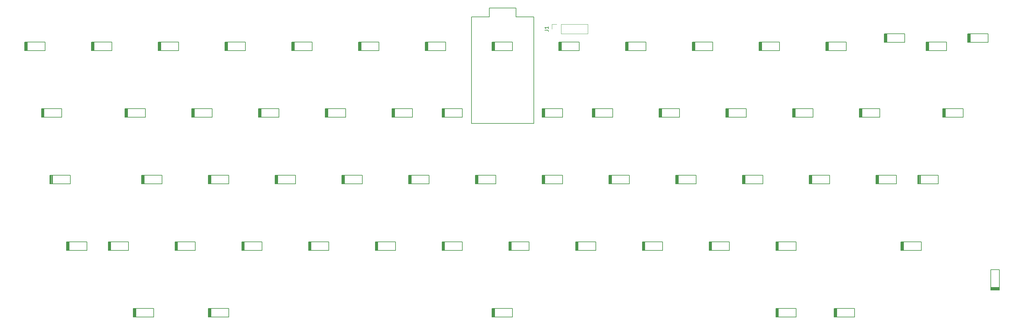
<source format=gto>
G04 #@! TF.GenerationSoftware,KiCad,Pcbnew,5.1.8*
G04 #@! TF.CreationDate,2020-11-23T09:17:22-05:00*
G04 #@! TF.ProjectId,unix60pcb,756e6978-3630-4706-9362-2e6b69636164,rev?*
G04 #@! TF.SameCoordinates,Original*
G04 #@! TF.FileFunction,Legend,Top*
G04 #@! TF.FilePolarity,Positive*
%FSLAX46Y46*%
G04 Gerber Fmt 4.6, Leading zero omitted, Abs format (unit mm)*
G04 Created by KiCad (PCBNEW 5.1.8) date 2020-11-23 09:17:22*
%MOMM*%
%LPD*%
G01*
G04 APERTURE LIST*
%ADD10C,0.200000*%
%ADD11C,0.120000*%
%ADD12C,0.150000*%
G04 APERTURE END LIST*
D10*
G04 #@! TO.C,D15*
X281406250Y-10706200D02*
X275606250Y-10706200D01*
X281406250Y-13106200D02*
X281406250Y-10706200D01*
X275606250Y-13106200D02*
X281406250Y-13106200D01*
X275681250Y-13106200D02*
X275681250Y-10706200D01*
X275806250Y-13106200D02*
X275806250Y-10706200D01*
X275581250Y-10706200D02*
X275581250Y-13106200D01*
X275981250Y-13106200D02*
X275981250Y-10706200D01*
X276156250Y-13106200D02*
X276156250Y-10706200D01*
X276331250Y-13106200D02*
X276331250Y-10706200D01*
D11*
G04 #@! TO.C,J1*
X168812000Y-6946900D02*
X168812000Y-5616900D01*
X168812000Y-5616900D02*
X170142000Y-5616900D01*
X171412000Y-5616900D02*
X179092000Y-5616900D01*
X179092000Y-8276900D02*
X179092000Y-5616900D01*
X171412000Y-8276900D02*
X179092000Y-8276900D01*
X171412000Y-8276900D02*
X171412000Y-5616900D01*
D10*
G04 #@! TO.C,D1*
X19156200Y-13106200D02*
X19156200Y-10706200D01*
X18981200Y-13106200D02*
X18981200Y-10706200D01*
X18806200Y-13106200D02*
X18806200Y-10706200D01*
X18406200Y-10706200D02*
X18406200Y-13106200D01*
X18631200Y-13106200D02*
X18631200Y-10706200D01*
X18506200Y-13106200D02*
X18506200Y-10706200D01*
X18431200Y-13106200D02*
X24231200Y-13106200D01*
X24231200Y-13106200D02*
X24231200Y-10706200D01*
X24231200Y-10706200D02*
X18431200Y-10706200D01*
G04 #@! TO.C,D2*
X38206200Y-13106200D02*
X38206200Y-10706200D01*
X38031200Y-13106200D02*
X38031200Y-10706200D01*
X37856200Y-13106200D02*
X37856200Y-10706200D01*
X37456200Y-10706200D02*
X37456200Y-13106200D01*
X37681200Y-13106200D02*
X37681200Y-10706200D01*
X37556200Y-13106200D02*
X37556200Y-10706200D01*
X37481200Y-13106200D02*
X43281200Y-13106200D01*
X43281200Y-13106200D02*
X43281200Y-10706200D01*
X43281200Y-10706200D02*
X37481200Y-10706200D01*
G04 #@! TO.C,D3*
X57256200Y-13106200D02*
X57256200Y-10706200D01*
X57081200Y-13106200D02*
X57081200Y-10706200D01*
X56906200Y-13106200D02*
X56906200Y-10706200D01*
X56506200Y-10706200D02*
X56506200Y-13106200D01*
X56731200Y-13106200D02*
X56731200Y-10706200D01*
X56606200Y-13106200D02*
X56606200Y-10706200D01*
X56531200Y-13106200D02*
X62331200Y-13106200D01*
X62331200Y-13106200D02*
X62331200Y-10706200D01*
X62331200Y-10706200D02*
X56531200Y-10706200D01*
G04 #@! TO.C,D4*
X76306200Y-13106200D02*
X76306200Y-10706200D01*
X76131200Y-13106200D02*
X76131200Y-10706200D01*
X75956200Y-13106200D02*
X75956200Y-10706200D01*
X75556200Y-10706200D02*
X75556200Y-13106200D01*
X75781200Y-13106200D02*
X75781200Y-10706200D01*
X75656200Y-13106200D02*
X75656200Y-10706200D01*
X75581200Y-13106200D02*
X81381200Y-13106200D01*
X81381200Y-13106200D02*
X81381200Y-10706200D01*
X81381200Y-10706200D02*
X75581200Y-10706200D01*
G04 #@! TO.C,D5*
X95356200Y-13106200D02*
X95356200Y-10706200D01*
X95181200Y-13106200D02*
X95181200Y-10706200D01*
X95006200Y-13106200D02*
X95006200Y-10706200D01*
X94606200Y-10706200D02*
X94606200Y-13106200D01*
X94831200Y-13106200D02*
X94831200Y-10706200D01*
X94706200Y-13106200D02*
X94706200Y-10706200D01*
X94631200Y-13106200D02*
X100431200Y-13106200D01*
X100431200Y-13106200D02*
X100431200Y-10706200D01*
X100431200Y-10706200D02*
X94631200Y-10706200D01*
G04 #@! TO.C,D6*
X119481000Y-10706200D02*
X113681000Y-10706200D01*
X119481000Y-13106200D02*
X119481000Y-10706200D01*
X113681000Y-13106200D02*
X119481000Y-13106200D01*
X113756000Y-13106200D02*
X113756000Y-10706200D01*
X113881000Y-13106200D02*
X113881000Y-10706200D01*
X113656000Y-10706200D02*
X113656000Y-13106200D01*
X114056000Y-13106200D02*
X114056000Y-10706200D01*
X114231000Y-13106200D02*
X114231000Y-10706200D01*
X114406000Y-13106200D02*
X114406000Y-10706200D01*
G04 #@! TO.C,D7*
X138531000Y-10706200D02*
X132731000Y-10706200D01*
X138531000Y-13106200D02*
X138531000Y-10706200D01*
X132731000Y-13106200D02*
X138531000Y-13106200D01*
X132806000Y-13106200D02*
X132806000Y-10706200D01*
X132931000Y-13106200D02*
X132931000Y-10706200D01*
X132706000Y-10706200D02*
X132706000Y-13106200D01*
X133106000Y-13106200D02*
X133106000Y-10706200D01*
X133281000Y-13106200D02*
X133281000Y-10706200D01*
X133456000Y-13106200D02*
X133456000Y-10706200D01*
G04 #@! TO.C,D8*
X157581000Y-10706200D02*
X151781000Y-10706200D01*
X157581000Y-13106200D02*
X157581000Y-10706200D01*
X151781000Y-13106200D02*
X157581000Y-13106200D01*
X151856000Y-13106200D02*
X151856000Y-10706200D01*
X151981000Y-13106200D02*
X151981000Y-10706200D01*
X151756000Y-10706200D02*
X151756000Y-13106200D01*
X152156000Y-13106200D02*
X152156000Y-10706200D01*
X152331000Y-13106200D02*
X152331000Y-10706200D01*
X152506000Y-13106200D02*
X152506000Y-10706200D01*
G04 #@! TO.C,D9*
X171556000Y-13106200D02*
X171556000Y-10706200D01*
X171381000Y-13106200D02*
X171381000Y-10706200D01*
X171206000Y-13106200D02*
X171206000Y-10706200D01*
X170806000Y-10706200D02*
X170806000Y-13106200D01*
X171031000Y-13106200D02*
X171031000Y-10706200D01*
X170906000Y-13106200D02*
X170906000Y-10706200D01*
X170831000Y-13106200D02*
X176631000Y-13106200D01*
X176631000Y-13106200D02*
X176631000Y-10706200D01*
X176631000Y-10706200D02*
X170831000Y-10706200D01*
G04 #@! TO.C,D10*
X190606000Y-13106200D02*
X190606000Y-10706200D01*
X190431000Y-13106200D02*
X190431000Y-10706200D01*
X190256000Y-13106200D02*
X190256000Y-10706200D01*
X189856000Y-10706200D02*
X189856000Y-13106200D01*
X190081000Y-13106200D02*
X190081000Y-10706200D01*
X189956000Y-13106200D02*
X189956000Y-10706200D01*
X189881000Y-13106200D02*
X195681000Y-13106200D01*
X195681000Y-13106200D02*
X195681000Y-10706200D01*
X195681000Y-10706200D02*
X189881000Y-10706200D01*
G04 #@! TO.C,D11*
X209656000Y-13106200D02*
X209656000Y-10706200D01*
X209481000Y-13106200D02*
X209481000Y-10706200D01*
X209306000Y-13106200D02*
X209306000Y-10706200D01*
X208906000Y-10706200D02*
X208906000Y-13106200D01*
X209131000Y-13106200D02*
X209131000Y-10706200D01*
X209006000Y-13106200D02*
X209006000Y-10706200D01*
X208931000Y-13106200D02*
X214731000Y-13106200D01*
X214731000Y-13106200D02*
X214731000Y-10706200D01*
X214731000Y-10706200D02*
X208931000Y-10706200D01*
G04 #@! TO.C,D12*
X228706000Y-13106200D02*
X228706000Y-10706200D01*
X228531000Y-13106200D02*
X228531000Y-10706200D01*
X228356000Y-13106200D02*
X228356000Y-10706200D01*
X227956000Y-10706200D02*
X227956000Y-13106200D01*
X228181000Y-13106200D02*
X228181000Y-10706200D01*
X228056000Y-13106200D02*
X228056000Y-10706200D01*
X227981000Y-13106200D02*
X233781000Y-13106200D01*
X233781000Y-13106200D02*
X233781000Y-10706200D01*
X233781000Y-10706200D02*
X227981000Y-10706200D01*
G04 #@! TO.C,D13*
X247756000Y-13106200D02*
X247756000Y-10706200D01*
X247581000Y-13106200D02*
X247581000Y-10706200D01*
X247406000Y-13106200D02*
X247406000Y-10706200D01*
X247006000Y-10706200D02*
X247006000Y-13106200D01*
X247231000Y-13106200D02*
X247231000Y-10706200D01*
X247106000Y-13106200D02*
X247106000Y-10706200D01*
X247031000Y-13106200D02*
X252831000Y-13106200D01*
X252831000Y-13106200D02*
X252831000Y-10706200D01*
X252831000Y-10706200D02*
X247031000Y-10706200D01*
G04 #@! TO.C,D14*
X264425000Y-10725000D02*
X264425000Y-8325000D01*
X264250000Y-10725000D02*
X264250000Y-8325000D01*
X264075000Y-10725000D02*
X264075000Y-8325000D01*
X263675000Y-8325000D02*
X263675000Y-10725000D01*
X263900000Y-10725000D02*
X263900000Y-8325000D01*
X263775000Y-10725000D02*
X263775000Y-8325000D01*
X263700000Y-10725000D02*
X269500000Y-10725000D01*
X269500000Y-10725000D02*
X269500000Y-8325000D01*
X269500000Y-8325000D02*
X263700000Y-8325000D01*
G04 #@! TO.C,D16*
X293312500Y-8325000D02*
X287512500Y-8325000D01*
X293312500Y-10725000D02*
X293312500Y-8325000D01*
X287512500Y-10725000D02*
X293312500Y-10725000D01*
X287587500Y-10725000D02*
X287587500Y-8325000D01*
X287712500Y-10725000D02*
X287712500Y-8325000D01*
X287487500Y-8325000D02*
X287487500Y-10725000D01*
X287887500Y-10725000D02*
X287887500Y-8325000D01*
X288062500Y-10725000D02*
X288062500Y-8325000D01*
X288237500Y-10725000D02*
X288237500Y-8325000D01*
G04 #@! TO.C,D17*
X28993800Y-29756200D02*
X23193800Y-29756200D01*
X28993800Y-32156200D02*
X28993800Y-29756200D01*
X23193800Y-32156200D02*
X28993800Y-32156200D01*
X23268800Y-32156200D02*
X23268800Y-29756200D01*
X23393800Y-32156200D02*
X23393800Y-29756200D01*
X23168800Y-29756200D02*
X23168800Y-32156200D01*
X23568800Y-32156200D02*
X23568800Y-29756200D01*
X23743800Y-32156200D02*
X23743800Y-29756200D01*
X23918800Y-32156200D02*
X23918800Y-29756200D01*
G04 #@! TO.C,D18*
X52806200Y-29756200D02*
X47006200Y-29756200D01*
X52806200Y-32156200D02*
X52806200Y-29756200D01*
X47006200Y-32156200D02*
X52806200Y-32156200D01*
X47081200Y-32156200D02*
X47081200Y-29756200D01*
X47206200Y-32156200D02*
X47206200Y-29756200D01*
X46981200Y-29756200D02*
X46981200Y-32156200D01*
X47381200Y-32156200D02*
X47381200Y-29756200D01*
X47556200Y-32156200D02*
X47556200Y-29756200D01*
X47731200Y-32156200D02*
X47731200Y-29756200D01*
G04 #@! TO.C,D19*
X71856200Y-29756200D02*
X66056200Y-29756200D01*
X71856200Y-32156200D02*
X71856200Y-29756200D01*
X66056200Y-32156200D02*
X71856200Y-32156200D01*
X66131200Y-32156200D02*
X66131200Y-29756200D01*
X66256200Y-32156200D02*
X66256200Y-29756200D01*
X66031200Y-29756200D02*
X66031200Y-32156200D01*
X66431200Y-32156200D02*
X66431200Y-29756200D01*
X66606200Y-32156200D02*
X66606200Y-29756200D01*
X66781200Y-32156200D02*
X66781200Y-29756200D01*
G04 #@! TO.C,D20*
X90906200Y-29756200D02*
X85106200Y-29756200D01*
X90906200Y-32156200D02*
X90906200Y-29756200D01*
X85106200Y-32156200D02*
X90906200Y-32156200D01*
X85181200Y-32156200D02*
X85181200Y-29756200D01*
X85306200Y-32156200D02*
X85306200Y-29756200D01*
X85081200Y-29756200D02*
X85081200Y-32156200D01*
X85481200Y-32156200D02*
X85481200Y-29756200D01*
X85656200Y-32156200D02*
X85656200Y-29756200D01*
X85831200Y-32156200D02*
X85831200Y-29756200D01*
G04 #@! TO.C,D21*
X109956000Y-29756200D02*
X104156000Y-29756200D01*
X109956000Y-32156200D02*
X109956000Y-29756200D01*
X104156000Y-32156200D02*
X109956000Y-32156200D01*
X104231000Y-32156200D02*
X104231000Y-29756200D01*
X104356000Y-32156200D02*
X104356000Y-29756200D01*
X104131000Y-29756200D02*
X104131000Y-32156200D01*
X104531000Y-32156200D02*
X104531000Y-29756200D01*
X104706000Y-32156200D02*
X104706000Y-29756200D01*
X104881000Y-32156200D02*
X104881000Y-29756200D01*
G04 #@! TO.C,D22*
X129006000Y-29756200D02*
X123206000Y-29756200D01*
X129006000Y-32156200D02*
X129006000Y-29756200D01*
X123206000Y-32156200D02*
X129006000Y-32156200D01*
X123281000Y-32156200D02*
X123281000Y-29756200D01*
X123406000Y-32156200D02*
X123406000Y-29756200D01*
X123181000Y-29756200D02*
X123181000Y-32156200D01*
X123581000Y-32156200D02*
X123581000Y-29756200D01*
X123756000Y-32156200D02*
X123756000Y-29756200D01*
X123931000Y-32156200D02*
X123931000Y-29756200D01*
G04 #@! TO.C,D23*
X138219000Y-32156200D02*
X138219000Y-29756200D01*
X138044000Y-32156200D02*
X138044000Y-29756200D01*
X137869000Y-32156200D02*
X137869000Y-29756200D01*
X137469000Y-29756200D02*
X137469000Y-32156200D01*
X137694000Y-32156200D02*
X137694000Y-29756200D01*
X137569000Y-32156200D02*
X137569000Y-29756200D01*
X137494000Y-32156200D02*
X143294000Y-32156200D01*
X143294000Y-32156200D02*
X143294000Y-29756200D01*
X143294000Y-29756200D02*
X137494000Y-29756200D01*
G04 #@! TO.C,D24*
X166794000Y-32156200D02*
X166794000Y-29756200D01*
X166619000Y-32156200D02*
X166619000Y-29756200D01*
X166444000Y-32156200D02*
X166444000Y-29756200D01*
X166044000Y-29756200D02*
X166044000Y-32156200D01*
X166269000Y-32156200D02*
X166269000Y-29756200D01*
X166144000Y-32156200D02*
X166144000Y-29756200D01*
X166069000Y-32156200D02*
X171869000Y-32156200D01*
X171869000Y-32156200D02*
X171869000Y-29756200D01*
X171869000Y-29756200D02*
X166069000Y-29756200D01*
G04 #@! TO.C,D25*
X181081000Y-32156200D02*
X181081000Y-29756200D01*
X180906000Y-32156200D02*
X180906000Y-29756200D01*
X180731000Y-32156200D02*
X180731000Y-29756200D01*
X180331000Y-29756200D02*
X180331000Y-32156200D01*
X180556000Y-32156200D02*
X180556000Y-29756200D01*
X180431000Y-32156200D02*
X180431000Y-29756200D01*
X180356000Y-32156200D02*
X186156000Y-32156200D01*
X186156000Y-32156200D02*
X186156000Y-29756200D01*
X186156000Y-29756200D02*
X180356000Y-29756200D01*
G04 #@! TO.C,D26*
X200131000Y-32156200D02*
X200131000Y-29756200D01*
X199956000Y-32156200D02*
X199956000Y-29756200D01*
X199781000Y-32156200D02*
X199781000Y-29756200D01*
X199381000Y-29756200D02*
X199381000Y-32156200D01*
X199606000Y-32156200D02*
X199606000Y-29756200D01*
X199481000Y-32156200D02*
X199481000Y-29756200D01*
X199406000Y-32156200D02*
X205206000Y-32156200D01*
X205206000Y-32156200D02*
X205206000Y-29756200D01*
X205206000Y-29756200D02*
X199406000Y-29756200D01*
G04 #@! TO.C,D27*
X219181000Y-32156200D02*
X219181000Y-29756200D01*
X219006000Y-32156200D02*
X219006000Y-29756200D01*
X218831000Y-32156200D02*
X218831000Y-29756200D01*
X218431000Y-29756200D02*
X218431000Y-32156200D01*
X218656000Y-32156200D02*
X218656000Y-29756200D01*
X218531000Y-32156200D02*
X218531000Y-29756200D01*
X218456000Y-32156200D02*
X224256000Y-32156200D01*
X224256000Y-32156200D02*
X224256000Y-29756200D01*
X224256000Y-29756200D02*
X218456000Y-29756200D01*
G04 #@! TO.C,D28*
X238231000Y-32156200D02*
X238231000Y-29756200D01*
X238056000Y-32156200D02*
X238056000Y-29756200D01*
X237881000Y-32156200D02*
X237881000Y-29756200D01*
X237481000Y-29756200D02*
X237481000Y-32156200D01*
X237706000Y-32156200D02*
X237706000Y-29756200D01*
X237581000Y-32156200D02*
X237581000Y-29756200D01*
X237506000Y-32156200D02*
X243306000Y-32156200D01*
X243306000Y-32156200D02*
X243306000Y-29756200D01*
X243306000Y-29756200D02*
X237506000Y-29756200D01*
G04 #@! TO.C,D29*
X257281000Y-32156200D02*
X257281000Y-29756200D01*
X257106000Y-32156200D02*
X257106000Y-29756200D01*
X256931000Y-32156200D02*
X256931000Y-29756200D01*
X256531000Y-29756200D02*
X256531000Y-32156200D01*
X256756000Y-32156200D02*
X256756000Y-29756200D01*
X256631000Y-32156200D02*
X256631000Y-29756200D01*
X256556000Y-32156200D02*
X262356000Y-32156200D01*
X262356000Y-32156200D02*
X262356000Y-29756200D01*
X262356000Y-29756200D02*
X256556000Y-29756200D01*
G04 #@! TO.C,D30*
X286169000Y-29756200D02*
X280369000Y-29756200D01*
X286169000Y-32156200D02*
X286169000Y-29756200D01*
X280369000Y-32156200D02*
X286169000Y-32156200D01*
X280444000Y-32156200D02*
X280444000Y-29756200D01*
X280569000Y-32156200D02*
X280569000Y-29756200D01*
X280344000Y-29756200D02*
X280344000Y-32156200D01*
X280744000Y-32156200D02*
X280744000Y-29756200D01*
X280919000Y-32156200D02*
X280919000Y-29756200D01*
X281094000Y-32156200D02*
X281094000Y-29756200D01*
G04 #@! TO.C,D31*
X31375000Y-48806200D02*
X25575000Y-48806200D01*
X31375000Y-51206200D02*
X31375000Y-48806200D01*
X25575000Y-51206200D02*
X31375000Y-51206200D01*
X25650000Y-51206200D02*
X25650000Y-48806200D01*
X25775000Y-51206200D02*
X25775000Y-48806200D01*
X25550000Y-48806200D02*
X25550000Y-51206200D01*
X25950000Y-51206200D02*
X25950000Y-48806200D01*
X26125000Y-51206200D02*
X26125000Y-48806200D01*
X26300000Y-51206200D02*
X26300000Y-48806200D01*
G04 #@! TO.C,D32*
X52493800Y-51206200D02*
X52493800Y-48806200D01*
X52318800Y-51206200D02*
X52318800Y-48806200D01*
X52143800Y-51206200D02*
X52143800Y-48806200D01*
X51743800Y-48806200D02*
X51743800Y-51206200D01*
X51968800Y-51206200D02*
X51968800Y-48806200D01*
X51843800Y-51206200D02*
X51843800Y-48806200D01*
X51768800Y-51206200D02*
X57568800Y-51206200D01*
X57568800Y-51206200D02*
X57568800Y-48806200D01*
X57568800Y-48806200D02*
X51768800Y-48806200D01*
G04 #@! TO.C,D33*
X71543800Y-51206200D02*
X71543800Y-48806200D01*
X71368800Y-51206200D02*
X71368800Y-48806200D01*
X71193800Y-51206200D02*
X71193800Y-48806200D01*
X70793800Y-48806200D02*
X70793800Y-51206200D01*
X71018800Y-51206200D02*
X71018800Y-48806200D01*
X70893800Y-51206200D02*
X70893800Y-48806200D01*
X70818800Y-51206200D02*
X76618800Y-51206200D01*
X76618800Y-51206200D02*
X76618800Y-48806200D01*
X76618800Y-48806200D02*
X70818800Y-48806200D01*
G04 #@! TO.C,D34*
X95668800Y-48806200D02*
X89868800Y-48806200D01*
X95668800Y-51206200D02*
X95668800Y-48806200D01*
X89868800Y-51206200D02*
X95668800Y-51206200D01*
X89943800Y-51206200D02*
X89943800Y-48806200D01*
X90068800Y-51206200D02*
X90068800Y-48806200D01*
X89843800Y-48806200D02*
X89843800Y-51206200D01*
X90243800Y-51206200D02*
X90243800Y-48806200D01*
X90418800Y-51206200D02*
X90418800Y-48806200D01*
X90593800Y-51206200D02*
X90593800Y-48806200D01*
G04 #@! TO.C,D35*
X114719000Y-48806200D02*
X108919000Y-48806200D01*
X114719000Y-51206200D02*
X114719000Y-48806200D01*
X108919000Y-51206200D02*
X114719000Y-51206200D01*
X108994000Y-51206200D02*
X108994000Y-48806200D01*
X109119000Y-51206200D02*
X109119000Y-48806200D01*
X108894000Y-48806200D02*
X108894000Y-51206200D01*
X109294000Y-51206200D02*
X109294000Y-48806200D01*
X109469000Y-51206200D02*
X109469000Y-48806200D01*
X109644000Y-51206200D02*
X109644000Y-48806200D01*
G04 #@! TO.C,D36*
X128694000Y-51206200D02*
X128694000Y-48806200D01*
X128519000Y-51206200D02*
X128519000Y-48806200D01*
X128344000Y-51206200D02*
X128344000Y-48806200D01*
X127944000Y-48806200D02*
X127944000Y-51206200D01*
X128169000Y-51206200D02*
X128169000Y-48806200D01*
X128044000Y-51206200D02*
X128044000Y-48806200D01*
X127969000Y-51206200D02*
X133769000Y-51206200D01*
X133769000Y-51206200D02*
X133769000Y-48806200D01*
X133769000Y-48806200D02*
X127969000Y-48806200D01*
G04 #@! TO.C,D37*
X152819000Y-48806200D02*
X147019000Y-48806200D01*
X152819000Y-51206200D02*
X152819000Y-48806200D01*
X147019000Y-51206200D02*
X152819000Y-51206200D01*
X147094000Y-51206200D02*
X147094000Y-48806200D01*
X147219000Y-51206200D02*
X147219000Y-48806200D01*
X146994000Y-48806200D02*
X146994000Y-51206200D01*
X147394000Y-51206200D02*
X147394000Y-48806200D01*
X147569000Y-51206200D02*
X147569000Y-48806200D01*
X147744000Y-51206200D02*
X147744000Y-48806200D01*
G04 #@! TO.C,D38*
X171869000Y-48806200D02*
X166069000Y-48806200D01*
X171869000Y-51206200D02*
X171869000Y-48806200D01*
X166069000Y-51206200D02*
X171869000Y-51206200D01*
X166144000Y-51206200D02*
X166144000Y-48806200D01*
X166269000Y-51206200D02*
X166269000Y-48806200D01*
X166044000Y-48806200D02*
X166044000Y-51206200D01*
X166444000Y-51206200D02*
X166444000Y-48806200D01*
X166619000Y-51206200D02*
X166619000Y-48806200D01*
X166794000Y-51206200D02*
X166794000Y-48806200D01*
G04 #@! TO.C,D39*
X190919000Y-48806200D02*
X185119000Y-48806200D01*
X190919000Y-51206200D02*
X190919000Y-48806200D01*
X185119000Y-51206200D02*
X190919000Y-51206200D01*
X185194000Y-51206200D02*
X185194000Y-48806200D01*
X185319000Y-51206200D02*
X185319000Y-48806200D01*
X185094000Y-48806200D02*
X185094000Y-51206200D01*
X185494000Y-51206200D02*
X185494000Y-48806200D01*
X185669000Y-51206200D02*
X185669000Y-48806200D01*
X185844000Y-51206200D02*
X185844000Y-48806200D01*
G04 #@! TO.C,D40*
X209969000Y-48806200D02*
X204169000Y-48806200D01*
X209969000Y-51206200D02*
X209969000Y-48806200D01*
X204169000Y-51206200D02*
X209969000Y-51206200D01*
X204244000Y-51206200D02*
X204244000Y-48806200D01*
X204369000Y-51206200D02*
X204369000Y-48806200D01*
X204144000Y-48806200D02*
X204144000Y-51206200D01*
X204544000Y-51206200D02*
X204544000Y-48806200D01*
X204719000Y-51206200D02*
X204719000Y-48806200D01*
X204894000Y-51206200D02*
X204894000Y-48806200D01*
G04 #@! TO.C,D41*
X229019000Y-48806200D02*
X223219000Y-48806200D01*
X229019000Y-51206200D02*
X229019000Y-48806200D01*
X223219000Y-51206200D02*
X229019000Y-51206200D01*
X223294000Y-51206200D02*
X223294000Y-48806200D01*
X223419000Y-51206200D02*
X223419000Y-48806200D01*
X223194000Y-48806200D02*
X223194000Y-51206200D01*
X223594000Y-51206200D02*
X223594000Y-48806200D01*
X223769000Y-51206200D02*
X223769000Y-48806200D01*
X223944000Y-51206200D02*
X223944000Y-48806200D01*
G04 #@! TO.C,D42*
X242994000Y-51206200D02*
X242994000Y-48806200D01*
X242819000Y-51206200D02*
X242819000Y-48806200D01*
X242644000Y-51206200D02*
X242644000Y-48806200D01*
X242244000Y-48806200D02*
X242244000Y-51206200D01*
X242469000Y-51206200D02*
X242469000Y-48806200D01*
X242344000Y-51206200D02*
X242344000Y-48806200D01*
X242269000Y-51206200D02*
X248069000Y-51206200D01*
X248069000Y-51206200D02*
X248069000Y-48806200D01*
X248069000Y-48806200D02*
X242269000Y-48806200D01*
G04 #@! TO.C,D43*
X262044000Y-51206200D02*
X262044000Y-48806200D01*
X261869000Y-51206200D02*
X261869000Y-48806200D01*
X261694000Y-51206200D02*
X261694000Y-48806200D01*
X261294000Y-48806200D02*
X261294000Y-51206200D01*
X261519000Y-51206200D02*
X261519000Y-48806200D01*
X261394000Y-51206200D02*
X261394000Y-48806200D01*
X261319000Y-51206200D02*
X267119000Y-51206200D01*
X267119000Y-51206200D02*
X267119000Y-48806200D01*
X267119000Y-48806200D02*
X261319000Y-48806200D01*
G04 #@! TO.C,D44*
X273950000Y-51206200D02*
X273950000Y-48806200D01*
X273775000Y-51206200D02*
X273775000Y-48806200D01*
X273600000Y-51206200D02*
X273600000Y-48806200D01*
X273200000Y-48806200D02*
X273200000Y-51206200D01*
X273425000Y-51206200D02*
X273425000Y-48806200D01*
X273300000Y-51206200D02*
X273300000Y-48806200D01*
X273225000Y-51206200D02*
X279025000Y-51206200D01*
X279025000Y-51206200D02*
X279025000Y-48806200D01*
X279025000Y-48806200D02*
X273225000Y-48806200D01*
G04 #@! TO.C,D45*
X31062500Y-70256200D02*
X31062500Y-67856200D01*
X30887500Y-70256200D02*
X30887500Y-67856200D01*
X30712500Y-70256200D02*
X30712500Y-67856200D01*
X30312500Y-67856200D02*
X30312500Y-70256200D01*
X30537500Y-70256200D02*
X30537500Y-67856200D01*
X30412500Y-70256200D02*
X30412500Y-67856200D01*
X30337500Y-70256200D02*
X36137500Y-70256200D01*
X36137500Y-70256200D02*
X36137500Y-67856200D01*
X36137500Y-67856200D02*
X30337500Y-67856200D01*
G04 #@! TO.C,D46*
X42968800Y-70256200D02*
X42968800Y-67856200D01*
X42793800Y-70256200D02*
X42793800Y-67856200D01*
X42618800Y-70256200D02*
X42618800Y-67856200D01*
X42218800Y-67856200D02*
X42218800Y-70256200D01*
X42443800Y-70256200D02*
X42443800Y-67856200D01*
X42318800Y-70256200D02*
X42318800Y-67856200D01*
X42243800Y-70256200D02*
X48043800Y-70256200D01*
X48043800Y-70256200D02*
X48043800Y-67856200D01*
X48043800Y-67856200D02*
X42243800Y-67856200D01*
G04 #@! TO.C,D47*
X62018800Y-70256200D02*
X62018800Y-67856200D01*
X61843800Y-70256200D02*
X61843800Y-67856200D01*
X61668800Y-70256200D02*
X61668800Y-67856200D01*
X61268800Y-67856200D02*
X61268800Y-70256200D01*
X61493800Y-70256200D02*
X61493800Y-67856200D01*
X61368800Y-70256200D02*
X61368800Y-67856200D01*
X61293800Y-70256200D02*
X67093800Y-70256200D01*
X67093800Y-70256200D02*
X67093800Y-67856200D01*
X67093800Y-67856200D02*
X61293800Y-67856200D01*
G04 #@! TO.C,D48*
X86143800Y-67856200D02*
X80343800Y-67856200D01*
X86143800Y-70256200D02*
X86143800Y-67856200D01*
X80343800Y-70256200D02*
X86143800Y-70256200D01*
X80418800Y-70256200D02*
X80418800Y-67856200D01*
X80543800Y-70256200D02*
X80543800Y-67856200D01*
X80318800Y-67856200D02*
X80318800Y-70256200D01*
X80718800Y-70256200D02*
X80718800Y-67856200D01*
X80893800Y-70256200D02*
X80893800Y-67856200D01*
X81068800Y-70256200D02*
X81068800Y-67856200D01*
G04 #@! TO.C,D49*
X105194000Y-67856200D02*
X99394000Y-67856200D01*
X105194000Y-70256200D02*
X105194000Y-67856200D01*
X99394000Y-70256200D02*
X105194000Y-70256200D01*
X99469000Y-70256200D02*
X99469000Y-67856200D01*
X99594000Y-70256200D02*
X99594000Y-67856200D01*
X99369000Y-67856200D02*
X99369000Y-70256200D01*
X99769000Y-70256200D02*
X99769000Y-67856200D01*
X99944000Y-70256200D02*
X99944000Y-67856200D01*
X100119000Y-70256200D02*
X100119000Y-67856200D01*
G04 #@! TO.C,D50*
X124244000Y-67856200D02*
X118444000Y-67856200D01*
X124244000Y-70256200D02*
X124244000Y-67856200D01*
X118444000Y-70256200D02*
X124244000Y-70256200D01*
X118519000Y-70256200D02*
X118519000Y-67856200D01*
X118644000Y-70256200D02*
X118644000Y-67856200D01*
X118419000Y-67856200D02*
X118419000Y-70256200D01*
X118819000Y-70256200D02*
X118819000Y-67856200D01*
X118994000Y-70256200D02*
X118994000Y-67856200D01*
X119169000Y-70256200D02*
X119169000Y-67856200D01*
G04 #@! TO.C,D51*
X143294000Y-67856200D02*
X137494000Y-67856200D01*
X143294000Y-70256200D02*
X143294000Y-67856200D01*
X137494000Y-70256200D02*
X143294000Y-70256200D01*
X137569000Y-70256200D02*
X137569000Y-67856200D01*
X137694000Y-70256200D02*
X137694000Y-67856200D01*
X137469000Y-67856200D02*
X137469000Y-70256200D01*
X137869000Y-70256200D02*
X137869000Y-67856200D01*
X138044000Y-70256200D02*
X138044000Y-67856200D01*
X138219000Y-70256200D02*
X138219000Y-67856200D01*
G04 #@! TO.C,D52*
X162344000Y-67856200D02*
X156544000Y-67856200D01*
X162344000Y-70256200D02*
X162344000Y-67856200D01*
X156544000Y-70256200D02*
X162344000Y-70256200D01*
X156619000Y-70256200D02*
X156619000Y-67856200D01*
X156744000Y-70256200D02*
X156744000Y-67856200D01*
X156519000Y-67856200D02*
X156519000Y-70256200D01*
X156919000Y-70256200D02*
X156919000Y-67856200D01*
X157094000Y-70256200D02*
X157094000Y-67856200D01*
X157269000Y-70256200D02*
X157269000Y-67856200D01*
G04 #@! TO.C,D53*
X181394000Y-67856200D02*
X175594000Y-67856200D01*
X181394000Y-70256200D02*
X181394000Y-67856200D01*
X175594000Y-70256200D02*
X181394000Y-70256200D01*
X175669000Y-70256200D02*
X175669000Y-67856200D01*
X175794000Y-70256200D02*
X175794000Y-67856200D01*
X175569000Y-67856200D02*
X175569000Y-70256200D01*
X175969000Y-70256200D02*
X175969000Y-67856200D01*
X176144000Y-70256200D02*
X176144000Y-67856200D01*
X176319000Y-70256200D02*
X176319000Y-67856200D01*
G04 #@! TO.C,D54*
X200444000Y-67856200D02*
X194644000Y-67856200D01*
X200444000Y-70256200D02*
X200444000Y-67856200D01*
X194644000Y-70256200D02*
X200444000Y-70256200D01*
X194719000Y-70256200D02*
X194719000Y-67856200D01*
X194844000Y-70256200D02*
X194844000Y-67856200D01*
X194619000Y-67856200D02*
X194619000Y-70256200D01*
X195019000Y-70256200D02*
X195019000Y-67856200D01*
X195194000Y-70256200D02*
X195194000Y-67856200D01*
X195369000Y-70256200D02*
X195369000Y-67856200D01*
G04 #@! TO.C,D55*
X219494000Y-67856200D02*
X213694000Y-67856200D01*
X219494000Y-70256200D02*
X219494000Y-67856200D01*
X213694000Y-70256200D02*
X219494000Y-70256200D01*
X213769000Y-70256200D02*
X213769000Y-67856200D01*
X213894000Y-70256200D02*
X213894000Y-67856200D01*
X213669000Y-67856200D02*
X213669000Y-70256200D01*
X214069000Y-70256200D02*
X214069000Y-67856200D01*
X214244000Y-70256200D02*
X214244000Y-67856200D01*
X214419000Y-70256200D02*
X214419000Y-67856200D01*
G04 #@! TO.C,D56*
X233469000Y-70256200D02*
X233469000Y-67856200D01*
X233294000Y-70256200D02*
X233294000Y-67856200D01*
X233119000Y-70256200D02*
X233119000Y-67856200D01*
X232719000Y-67856200D02*
X232719000Y-70256200D01*
X232944000Y-70256200D02*
X232944000Y-67856200D01*
X232819000Y-70256200D02*
X232819000Y-67856200D01*
X232744000Y-70256200D02*
X238544000Y-70256200D01*
X238544000Y-70256200D02*
X238544000Y-67856200D01*
X238544000Y-67856200D02*
X232744000Y-67856200D01*
G04 #@! TO.C,D57*
X269187000Y-70256200D02*
X269187000Y-67856200D01*
X269012000Y-70256200D02*
X269012000Y-67856200D01*
X268837000Y-70256200D02*
X268837000Y-67856200D01*
X268437000Y-67856200D02*
X268437000Y-70256200D01*
X268662000Y-70256200D02*
X268662000Y-67856200D01*
X268537000Y-70256200D02*
X268537000Y-67856200D01*
X268462000Y-70256200D02*
X274262000Y-70256200D01*
X274262000Y-70256200D02*
X274262000Y-67856200D01*
X274262000Y-67856200D02*
X268462000Y-67856200D01*
G04 #@! TO.C,D58*
X296475000Y-80856200D02*
X294075000Y-80856200D01*
X296475000Y-81031200D02*
X294075000Y-81031200D01*
X296475000Y-81206200D02*
X294075000Y-81206200D01*
X294075000Y-81606200D02*
X296475000Y-81606200D01*
X296475000Y-81381200D02*
X294075000Y-81381200D01*
X296475000Y-81506200D02*
X294075000Y-81506200D01*
X296475000Y-81581200D02*
X296475000Y-75781200D01*
X296475000Y-75781200D02*
X294075000Y-75781200D01*
X294075000Y-75781200D02*
X294075000Y-81581200D01*
G04 #@! TO.C,D59*
X50112500Y-89306200D02*
X50112500Y-86906200D01*
X49937500Y-89306200D02*
X49937500Y-86906200D01*
X49762500Y-89306200D02*
X49762500Y-86906200D01*
X49362500Y-86906200D02*
X49362500Y-89306200D01*
X49587500Y-89306200D02*
X49587500Y-86906200D01*
X49462500Y-89306200D02*
X49462500Y-86906200D01*
X49387500Y-89306200D02*
X55187500Y-89306200D01*
X55187500Y-89306200D02*
X55187500Y-86906200D01*
X55187500Y-86906200D02*
X49387500Y-86906200D01*
G04 #@! TO.C,D60*
X76618800Y-86906200D02*
X70818800Y-86906200D01*
X76618800Y-89306200D02*
X76618800Y-86906200D01*
X70818800Y-89306200D02*
X76618800Y-89306200D01*
X70893800Y-89306200D02*
X70893800Y-86906200D01*
X71018800Y-89306200D02*
X71018800Y-86906200D01*
X70793800Y-86906200D02*
X70793800Y-89306200D01*
X71193800Y-89306200D02*
X71193800Y-86906200D01*
X71368800Y-89306200D02*
X71368800Y-86906200D01*
X71543800Y-89306200D02*
X71543800Y-86906200D01*
G04 #@! TO.C,D61*
X157581000Y-86906200D02*
X151781000Y-86906200D01*
X157581000Y-89306200D02*
X157581000Y-86906200D01*
X151781000Y-89306200D02*
X157581000Y-89306200D01*
X151856000Y-89306200D02*
X151856000Y-86906200D01*
X151981000Y-89306200D02*
X151981000Y-86906200D01*
X151756000Y-86906200D02*
X151756000Y-89306200D01*
X152156000Y-89306200D02*
X152156000Y-86906200D01*
X152331000Y-89306200D02*
X152331000Y-86906200D01*
X152506000Y-89306200D02*
X152506000Y-86906200D01*
G04 #@! TO.C,D62*
X238544000Y-86906200D02*
X232744000Y-86906200D01*
X238544000Y-89306200D02*
X238544000Y-86906200D01*
X232744000Y-89306200D02*
X238544000Y-89306200D01*
X232819000Y-89306200D02*
X232819000Y-86906200D01*
X232944000Y-89306200D02*
X232944000Y-86906200D01*
X232719000Y-86906200D02*
X232719000Y-89306200D01*
X233119000Y-89306200D02*
X233119000Y-86906200D01*
X233294000Y-89306200D02*
X233294000Y-86906200D01*
X233469000Y-89306200D02*
X233469000Y-86906200D01*
G04 #@! TO.C,D63*
X255212000Y-86906200D02*
X249412000Y-86906200D01*
X255212000Y-89306200D02*
X255212000Y-86906200D01*
X249412000Y-89306200D02*
X255212000Y-89306200D01*
X249487000Y-89306200D02*
X249487000Y-86906200D01*
X249612000Y-89306200D02*
X249612000Y-86906200D01*
X249387000Y-86906200D02*
X249387000Y-89306200D01*
X249787000Y-89306200D02*
X249787000Y-86906200D01*
X249962000Y-89306200D02*
X249962000Y-86906200D01*
X250137000Y-89306200D02*
X250137000Y-86906200D01*
D12*
G04 #@! TO.C,U1*
X145891000Y-3460000D02*
X145891000Y-33940000D01*
X150971000Y-3460000D02*
X145891000Y-3460000D01*
X150971000Y-920000D02*
X150971000Y-3460000D01*
X158591000Y-920000D02*
X150971000Y-920000D01*
X158591000Y-3460000D02*
X158591000Y-920000D01*
X163671000Y-3460000D02*
X158591000Y-3460000D01*
X163671000Y-33940000D02*
X163671000Y-3460000D01*
X145891000Y-33940000D02*
X163671000Y-33940000D01*
G04 #@! TO.C,J1*
X166824380Y-7280233D02*
X167538666Y-7280233D01*
X167681523Y-7327852D01*
X167776761Y-7423090D01*
X167824380Y-7565947D01*
X167824380Y-7661185D01*
X167824380Y-6280233D02*
X167824380Y-6851661D01*
X167824380Y-6565947D02*
X166824380Y-6565947D01*
X166967238Y-6661185D01*
X167062476Y-6756423D01*
X167110095Y-6851661D01*
G04 #@! TD*
M02*

</source>
